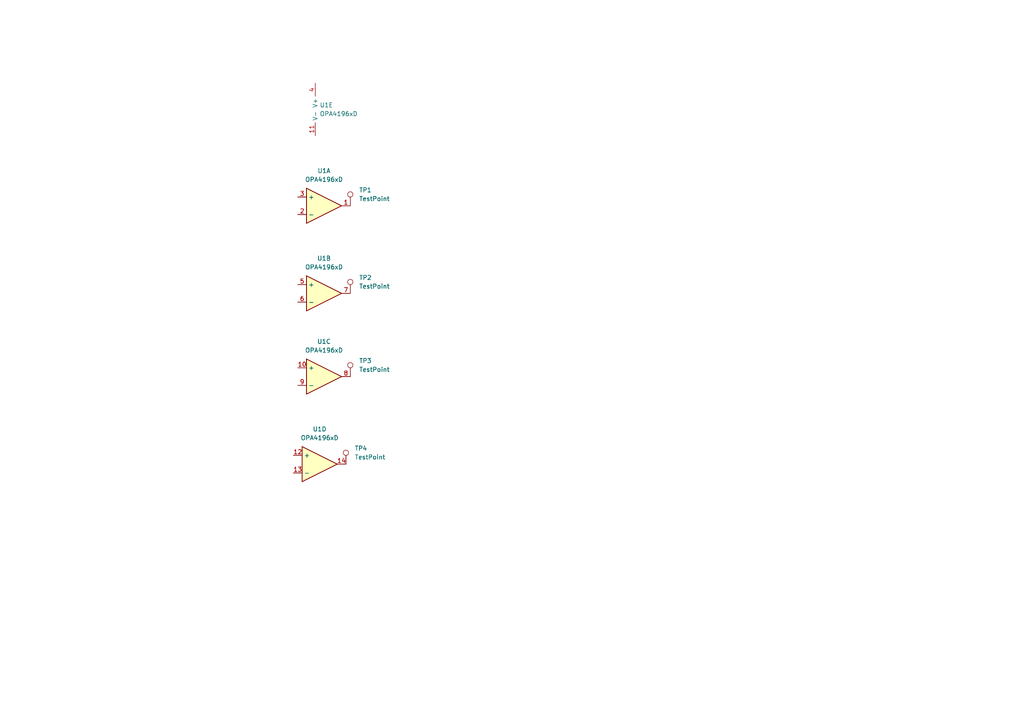
<source format=kicad_sch>
(kicad_sch (version 20231120) (generator "eeschema") (generator_version "8.0")
  (paper "A4")
  (lib_symbols
    (symbol "Amplifier_Operational:OPA4196xD"
      (property "Reference" "U" (at 0 3.81 0))
      (property "Value" "OPA4196xD" (at 0 -3.81 0))
      (symbol "OPA4196xD_1_1"
        (polyline (pts (xy -5.08 5.08) (xy 5.08 0) (xy -5.08 -5.08) (xy -5.08 5.08)) (stroke (width 0.254)) (fill (type background)))
        (pin output line (at 7.62 0 180) (length 2.54) (name "~") (number "1"))
        (pin input line (at -7.62 -2.54 0) (length 2.54) (name "-") (number "2"))
        (pin input line (at -7.62 2.54 0) (length 2.54) (name "+") (number "3"))
      )
      (symbol "OPA4196xD_2_1"
        (polyline (pts (xy -5.08 5.08) (xy 5.08 0) (xy -5.08 -5.08) (xy -5.08 5.08)) (stroke (width 0.254)) (fill (type background)))
        (pin input line (at -7.62 2.54 0) (length 2.54) (name "+") (number "5"))
        (pin input line (at -7.62 -2.54 0) (length 2.54) (name "-") (number "6"))
        (pin output line (at 7.62 0 180) (length 2.54) (name "~") (number "7"))
      )
      (symbol "OPA4196xD_3_1"
        (polyline (pts (xy -5.08 5.08) (xy 5.08 0) (xy -5.08 -5.08) (xy -5.08 5.08)) (stroke (width 0.254)) (fill (type background)))
        (pin input line (at -7.62 2.54 0) (length 2.54) (name "+") (number "10"))
        (pin output line (at 7.62 0 180) (length 2.54) (name "~") (number "8"))
        (pin input line (at -7.62 -2.54 0) (length 2.54) (name "-") (number "9"))
      )
      (symbol "OPA4196xD_4_1"
        (polyline (pts (xy -5.08 5.08) (xy 5.08 0) (xy -5.08 -5.08) (xy -5.08 5.08)) (stroke (width 0.254)) (fill (type background)))
        (pin input line (at -7.62 2.54 0) (length 2.54) (name "+") (number "12"))
        (pin input line (at -7.62 -2.54 0) (length 2.54) (name "-") (number "13"))
        (pin output line (at 7.62 0 180) (length 2.54) (name "~") (number "14"))
      )
      (symbol "OPA4196xD_5_1"
        (pin power_in line (at -2.54 -7.62 90) (length 3.81) (name "V-") (number "11"))
        (pin power_in line (at -2.54 7.62 270) (length 3.81) (name "V+") (number "4"))
      )
    )
    (symbol "Connector:TestPoint" (pin_numbers hide) (pin_names (offset 0.762) hide)
      (property "Reference" "TP" (at 0 6.858 0))
      (property "Value" "TestPoint" (at 0 5.08 0))
      (symbol "TestPoint_0_1"
        (circle (center 0 3.302) (radius 0.762))
      )
      (symbol "TestPoint_1_1"
        (pin passive line (at 0 0 90) (length 2.54) (name "1") (number "1"))
      )
    )
  )
  (symbol (lib_id "Amplifier_Operational:OPA4196xD") (at 93.98 59.69 0) (unit 1)
    (property "Reference" "U1" (at 93.98 49.53 0))
    (property "Value" "OPA4196xD" (at 93.98 52.07 0))
    (property "Footprint" "Package_SO:SOIC-14_3.9x8.7mm_P1.27mm" (effects (hide yes)))
    (property "Datasheet" "http://www.ti.com/lit/ds/symlink/opa4196.pdf" (effects (hide yes)))
    (property "Description" "Quad, Low-Power, Low Offset Voltage, Rail-to-Rail Operational Amplifier, SOIC-14" (effects (hide yes)))
  )
  (symbol (lib_id "Connector:TestPoint") (at 101.6 85.09 0) (unit 1)
    (property "Reference" "TP2" (at 104.14 80.5179 0) (effects (justify left)))
    (property "Value" "TestPoint" (at 104.14 83.0579 0) (effects (justify left)))
    (property "Description" "test point" (effects (hide yes)))
  )
  (symbol (lib_id "Connector:TestPoint") (at 100.33 134.62 0) (unit 1)
    (property "Reference" "TP4" (at 102.87 130.0479 0) (effects (justify left)))
    (property "Value" "TestPoint" (at 102.87 132.5879 0) (effects (justify left)))
    (property "Description" "test point" (effects (hide yes)))
  )
  (symbol (lib_id "Amplifier_Operational:OPA4196xD") (at 93.98 31.75 0) (unit 5)
    (property "Reference" "U1" (at 92.71 30.4799 0) (effects (justify left)))
    (property "Value" "OPA4196xD" (at 92.71 33.0199 0) (effects (justify left)))
    (property "Footprint" "Package_SO:SOIC-14_3.9x8.7mm_P1.27mm" (effects (hide yes)))
    (property "Datasheet" "http://www.ti.com/lit/ds/symlink/opa4196.pdf" (effects (hide yes)))
    (property "Description" "Quad, Low-Power, Low Offset Voltage, Rail-to-Rail Operational Amplifier, SOIC-14" (effects (hide yes)))
  )
  (symbol (lib_id "Amplifier_Operational:OPA4196xD") (at 93.98 85.09 0) (unit 2)
    (property "Reference" "U1" (at 93.98 74.93 0))
    (property "Value" "OPA4196xD" (at 93.98 77.47 0))
    (property "Footprint" "Package_SO:SOIC-14_3.9x8.7mm_P1.27mm" (effects (hide yes)))
    (property "Datasheet" "http://www.ti.com/lit/ds/symlink/opa4196.pdf" (effects (hide yes)))
    (property "Description" "Quad, Low-Power, Low Offset Voltage, Rail-to-Rail Operational Amplifier, SOIC-14" (effects (hide yes)))
  )
  (symbol (lib_id "Amplifier_Operational:OPA4196xD") (at 93.98 109.22 0) (unit 3)
    (property "Reference" "U1" (at 93.98 99.06 0))
    (property "Value" "OPA4196xD" (at 93.98 101.6 0))
    (property "Footprint" "Package_SO:SOIC-14_3.9x8.7mm_P1.27mm" (effects (hide yes)))
    (property "Datasheet" "http://www.ti.com/lit/ds/symlink/opa4196.pdf" (effects (hide yes)))
    (property "Description" "Quad, Low-Power, Low Offset Voltage, Rail-to-Rail Operational Amplifier, SOIC-14" (effects (hide yes)))
  )
  (symbol (lib_id "Connector:TestPoint") (at 101.6 59.69 0) (unit 1)
    (property "Reference" "TP1" (at 104.14 55.1179 0) (effects (justify left)))
    (property "Value" "TestPoint" (at 104.14 57.6579 0) (effects (justify left)))
    (property "Description" "test point" (effects (hide yes)))
  )
  (symbol (lib_id "Amplifier_Operational:OPA4196xD") (at 92.71 134.62 0) (unit 4)
    (property "Reference" "U1" (at 92.71 124.46 0))
    (property "Value" "OPA4196xD" (at 92.71 127 0))
    (property "Footprint" "Package_SO:SOIC-14_3.9x8.7mm_P1.27mm" (effects (hide yes)))
    (property "Datasheet" "http://www.ti.com/lit/ds/symlink/opa4196.pdf" (effects (hide yes)))
    (property "Description" "Quad, Low-Power, Low Offset Voltage, Rail-to-Rail Operational Amplifier, SOIC-14" (effects (hide yes)))
  )
  (symbol (lib_id "Connector:TestPoint") (at 101.6 109.22 0) (unit 1)
    (property "Reference" "TP3" (at 104.14 104.6479 0) (effects (justify left)))
    (property "Value" "TestPoint" (at 104.14 107.1879 0) (effects (justify left)))
    (property "Description" "test point" (effects (hide yes)))
  )
)
</source>
